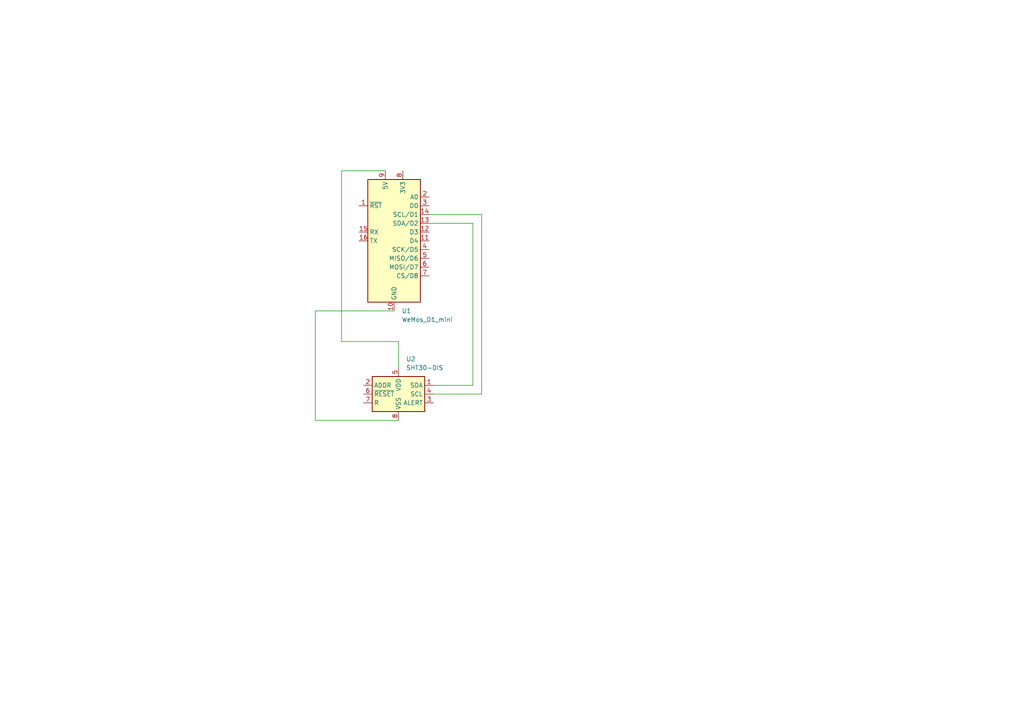
<source format=kicad_sch>
(kicad_sch (version 20231120) (generator "eeschema") (generator_version "8.0")
  (paper "A4")
  (lib_symbols
    (symbol "MCU_Module:WeMos_D1_mini"
      (property "Reference" "U" (at 3.81 19.05 0))
      (property "Value" "WeMos_D1_mini" (at 1.27 -19.05 0))
      (symbol "WeMos_D1_mini_1_1"
        (rectangle (start -7.62 17.78) (end 7.62 -17.78) (stroke (width 0.254)) (fill (type background)))
        (pin input line (at -10.16 10.16 0) (length 2.54) (name "~{RST}") (number "1"))
        (pin power_in line (at 0 -20.32 90) (length 2.54) (name "GND") (number "10"))
        (pin bidirectional line (at 10.16 0 180) (length 2.54) (name "D4") (number "11"))
        (pin bidirectional line (at 10.16 2.54 180) (length 2.54) (name "D3") (number "12"))
        (pin bidirectional line (at 10.16 5.08 180) (length 2.54) (name "SDA/D2") (number "13"))
        (pin bidirectional line (at 10.16 7.62 180) (length 2.54) (name "SCL/D1") (number "14"))
        (pin input line (at -10.16 2.54 0) (length 2.54) (name "RX") (number "15"))
        (pin output line (at -10.16 0 0) (length 2.54) (name "TX") (number "16"))
        (pin input line (at 10.16 12.7 180) (length 2.54) (name "A0") (number "2"))
        (pin bidirectional line (at 10.16 10.16 180) (length 2.54) (name "D0") (number "3"))
        (pin bidirectional line (at 10.16 -2.54 180) (length 2.54) (name "SCK/D5") (number "4"))
        (pin bidirectional line (at 10.16 -5.08 180) (length 2.54) (name "MISO/D6") (number "5"))
        (pin bidirectional line (at 10.16 -7.62 180) (length 2.54) (name "MOSI/D7") (number "6"))
        (pin bidirectional line (at 10.16 -10.16 180) (length 2.54) (name "CS/D8") (number "7"))
        (pin power_out line (at 2.54 20.32 270) (length 2.54) (name "3V3") (number "8"))
        (pin power_in line (at -2.54 20.32 270) (length 2.54) (name "5V") (number "9"))
      )
    )
    (symbol "Sensor_Humidity:SHT30-DIS"
      (property "Reference" "U" (at -6.35 6.35 0))
      (property "Value" "SHT30-DIS" (at 6.35 6.35 0))
      (symbol "SHT30-DIS_0_1"
        (rectangle (start -7.62 5.08) (end 7.62 -5.08) (stroke (width 0.254)) (fill (type background)))
      )
      (symbol "SHT30-DIS_1_1"
        (pin bidirectional line (at 10.16 2.54 180) (length 2.54) (name "SDA") (number "1"))
        (pin input line (at -10.16 2.54 0) (length 2.54) (name "ADDR") (number "2"))
        (pin output line (at 10.16 -2.54 180) (length 2.54) (name "ALERT") (number "3"))
        (pin input line (at 10.16 0 180) (length 2.54) (name "SCL") (number "4"))
        (pin power_in line (at 0 7.62 270) (length 2.54) (name "VDD") (number "5"))
        (pin input line (at -10.16 0 0) (length 2.54) (name "~{RESET}") (number "6"))
        (pin passive line (at -10.16 -2.54 0) (length 2.54) (name "R") (number "7"))
        (pin power_in line (at 0 -7.62 90) (length 2.54) (name "VSS") (number "8"))
        (pin passive line (at 0 -7.62 90) (length 2.54) hide (name "VSS") (number "9"))
      )
    )
  )
  (wire (pts (xy 139.7 114.3) (xy 125.73 114.3)))
  (wire (pts (xy 91.44 90.17) (xy 114.3 90.17)))
  (wire (pts (xy 124.46 62.23) (xy 139.7 62.23)))
  (wire (pts (xy 99.06 49.53) (xy 111.76 49.53)))
  (wire (pts (xy 137.16 64.77) (xy 124.46 64.77)))
  (wire (pts (xy 99.06 99.06) (xy 99.06 49.53)))
  (wire (pts (xy 115.57 106.68) (xy 115.57 99.06)))
  (wire (pts (xy 137.16 111.76) (xy 137.16 64.77)))
  (wire (pts (xy 115.57 121.92) (xy 91.44 121.92)))
  (wire (pts (xy 125.73 111.76) (xy 137.16 111.76)))
  (wire (pts (xy 139.7 62.23) (xy 139.7 114.3)))
  (wire (pts (xy 115.57 99.06) (xy 99.06 99.06)))
  (wire (pts (xy 91.44 121.92) (xy 91.44 90.17)))
  (symbol (lib_id "Sensor_Humidity:SHT30-DIS") (at 115.57 114.3 0) (unit 1)
    (property "Reference" "U2" (at 117.7641 104.14 0) (effects (justify left)))
    (property "Value" "SHT30-DIS" (at 117.7641 106.68 0) (effects (justify left)))
    (property "Footprint" "Sensor_Humidity:Sensirion_DFN-8-1EP_2.5x2.5mm_P0.5mm_EP1.1x1.7mm" (effects (hide yes)))
    (property "Datasheet" "https://www.sensirion.com/fileadmin/user_upload/customers/sensirion/Dokumente/2_Humidity_Sensors/Datasheets/Sensirion_Humidity_Sensors_SHT3x_Datasheet_digital.pdf" (effects (hide yes)))
    (property "Description" "I²C humidity and temperature sensor, ±2%RH, ±0.2°C, DFN-8" (effects (hide yes)))
  )
  (symbol (lib_id "MCU_Module:WeMos_D1_mini") (at 114.3 69.85 0) (unit 1)
    (property "Reference" "U1" (at 116.4941 90.17 0) (effects (justify left)))
    (property "Value" "WeMos_D1_mini" (at 116.4941 92.71 0) (effects (justify left)))
    (property "Footprint" "Module:WEMOS_D1_mini_light" (effects (hide yes)))
    (property "Datasheet" "https://wiki.wemos.cc/products:d1:d1_mini#documentation" (effects (hide yes)))
    (property "Description" "32-bit microcontroller module with WiFi" (effects (hide yes)))
  )
)
</source>
